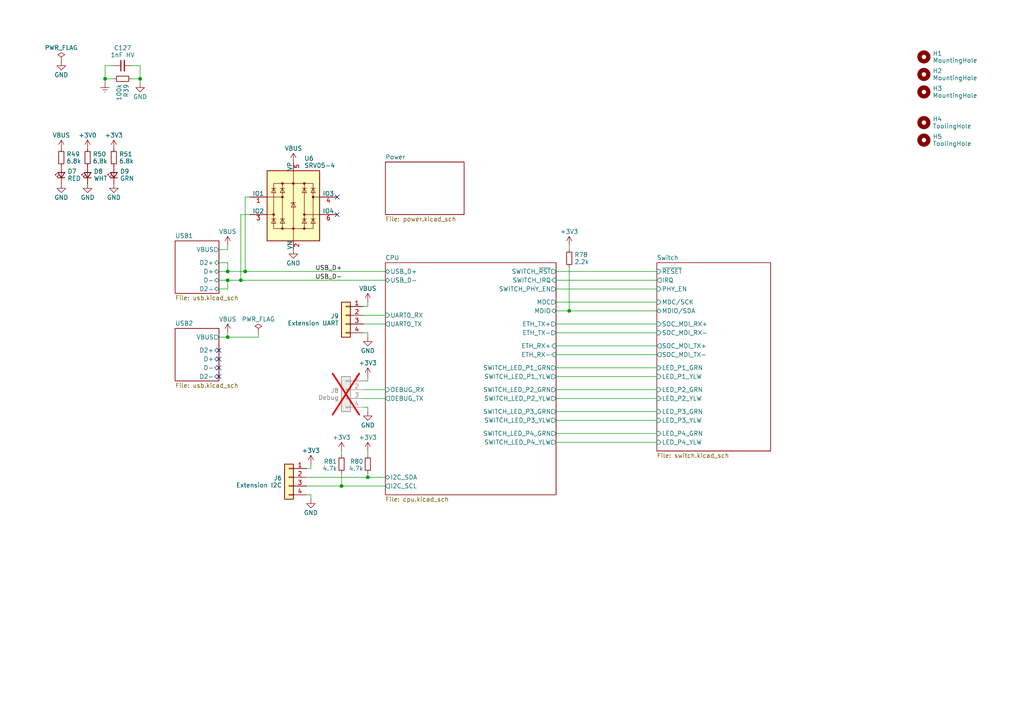
<source format=kicad_sch>
(kicad_sch (version 20230121) (generator eeschema)
  (paper "A4")
  (lib_symbols
    (symbol "Connector_Generic:Conn_01x04" (pin_names (offset 1.016) hide)
      (property "Reference" "J" (at 0 5.08 0))
      (property "Value" "Conn_01x04" (at 0 -7.62 0))
      (symbol "Conn_01x04_1_1"
        (rectangle (start -1.27 -4.953) (end 0 -5.207) (stroke (width 0.1524)))
        (rectangle (start -1.27 -2.413) (end 0 -2.667) (stroke (width 0.1524)))
        (rectangle (start -1.27 0.127) (end 0 -0.127) (stroke (width 0.1524)))
        (rectangle (start -1.27 2.667) (end 0 2.413) (stroke (width 0.1524)))
        (rectangle (start -1.27 3.81) (end 1.27 -6.35) (stroke (width 0.254)) (fill (type background)))
        (pin passive line (at -5.08 2.54 0) (length 3.81) (name "Pin_1") (number "1"))
        (pin passive line (at -5.08 0 0) (length 3.81) (name "Pin_2") (number "2"))
        (pin passive line (at -5.08 -2.54 0) (length 3.81) (name "Pin_3") (number "3"))
        (pin passive line (at -5.08 -5.08 0) (length 3.81) (name "Pin_4") (number "4"))
      )
    )
    (symbol "Device:C_Small" (pin_numbers hide) (pin_names (offset 0.254) hide)
      (property "Reference" "C" (at 0.254 1.778 0))
      (property "Value" "C_Small" (at 0.254 -2.032 0))
      (symbol "C_Small_0_1"
        (polyline (pts (xy -1.524 -0.508) (xy 1.524 -0.508)) (stroke (width 0.3302)))
        (polyline (pts (xy -1.524 0.508) (xy 1.524 0.508)) (stroke (width 0.3048)))
      )
      (symbol "C_Small_1_1"
        (pin passive line (at 0 2.54 270) (length 2.032) (name "~") (number "1"))
        (pin passive line (at 0 -2.54 90) (length 2.032) (name "~") (number "2"))
      )
    )
    (symbol "Device:LED_Small" (pin_numbers hide) (pin_names (offset 0.254) hide)
      (property "Reference" "D" (at -1.27 3.175 0))
      (property "Value" "LED_Small" (at -4.445 -2.54 0))
      (symbol "LED_Small_0_1"
        (polyline (pts (xy -0.762 -1.016) (xy -0.762 1.016)) (stroke (width 0.254)))
        (polyline (pts (xy 1.016 0) (xy -0.762 0)))
        (polyline (pts (xy 0.762 -1.016) (xy -0.762 0) (xy 0.762 1.016) (xy 0.762 -1.016)) (stroke (width 0.254)))
        (polyline (pts (xy 0 0.762) (xy -0.508 1.27) (xy -0.254 1.27) (xy -0.508 1.27) (xy -0.508 1.016)))
        (polyline (pts (xy 0.508 1.27) (xy 0 1.778) (xy 0.254 1.778) (xy 0 1.778) (xy 0 1.524)))
      )
      (symbol "LED_Small_1_1"
        (pin passive line (at -2.54 0 0) (length 1.778) (name "K") (number "1"))
        (pin passive line (at 2.54 0 180) (length 1.778) (name "A") (number "2"))
      )
    )
    (symbol "Device:R_Small" (pin_numbers hide) (pin_names (offset 0.254) hide)
      (property "Reference" "R" (at 0.762 0.508 0))
      (property "Value" "R_Small" (at 0.762 -1.016 0))
      (symbol "R_Small_0_1"
        (rectangle (start -0.762 1.778) (end 0.762 -1.778) (stroke (width 0.2032)))
      )
      (symbol "R_Small_1_1"
        (pin passive line (at 0 2.54 270) (length 0.762) (name "~") (number "1"))
        (pin passive line (at 0 -2.54 90) (length 0.762) (name "~") (number "2"))
      )
    )
    (symbol "Mechanical:MountingHole" (pin_names (offset 1.016))
      (property "Reference" "H" (at 0 5.08 0))
      (property "Value" "MountingHole" (at 0 3.175 0))
      (symbol "MountingHole_0_1"
        (circle (center 0 0) (radius 1.27) (stroke (width 1.27)))
      )
    )
    (symbol "Power_Protection:SRV05-4" (pin_names (offset 0))
      (property "Reference" "U" (at -5.08 11.43 0))
      (property "Value" "SRV05-4" (at 2.54 11.43 0))
      (symbol "SRV05-4_0_0"
        (rectangle (start -5.715 6.477) (end 5.715 -6.604))
        (polyline (pts (xy -3.175 -6.604) (xy -3.175 6.477)))
        (polyline (pts (xy 3.175 6.477) (xy 3.175 -6.604)))
      )
      (symbol "SRV05-4_0_1"
        (rectangle (start -7.62 10.16) (end 7.62 -10.16) (stroke (width 0.254)) (fill (type background)))
        (circle (center -5.715 -2.54) (radius 0.2794) (fill (type outline)))
        (circle (center -3.175 -6.604) (radius 0.2794) (fill (type outline)))
        (circle (center -3.175 2.54) (radius 0.2794) (fill (type outline)))
        (circle (center -3.175 6.477) (radius 0.2794) (fill (type outline)))
        (circle (center 0 -6.604) (radius 0.2794) (fill (type outline)))
        (polyline (pts (xy -7.747 2.54) (xy -3.175 2.54)))
        (polyline (pts (xy -7.62 -2.54) (xy -5.715 -2.54)))
        (polyline (pts (xy -5.08 -3.81) (xy -6.35 -3.81)))
        (polyline (pts (xy -5.08 5.08) (xy -6.35 5.08)))
        (polyline (pts (xy -2.54 -3.81) (xy -3.81 -3.81)))
        (polyline (pts (xy -2.54 5.08) (xy -3.81 5.08)))
        (polyline (pts (xy 0 10.16) (xy 0 -10.16)))
        (polyline (pts (xy 3.81 -3.81) (xy 2.54 -3.81)))
        (polyline (pts (xy 3.81 5.08) (xy 2.54 5.08)))
        (polyline (pts (xy 6.35 -3.81) (xy 5.08 -3.81)))
        (polyline (pts (xy 6.35 5.08) (xy 5.08 5.08)))
        (polyline (pts (xy 7.62 -2.54) (xy 3.175 -2.54)))
        (polyline (pts (xy 7.62 2.54) (xy 5.715 2.54)))
        (polyline (pts (xy 0.635 0.889) (xy -0.635 0.889) (xy -0.635 0.635)))
        (polyline (pts (xy -5.08 -5.08) (xy -6.35 -5.08) (xy -5.715 -3.81) (xy -5.08 -5.08)))
        (polyline (pts (xy -5.08 3.81) (xy -6.35 3.81) (xy -5.715 5.08) (xy -5.08 3.81)))
        (polyline (pts (xy -2.54 -5.08) (xy -3.81 -5.08) (xy -3.175 -3.81) (xy -2.54 -5.08)))
        (polyline (pts (xy -2.54 3.81) (xy -3.81 3.81) (xy -3.175 5.08) (xy -2.54 3.81)))
        (polyline (pts (xy 0.635 -0.381) (xy -0.635 -0.381) (xy 0 0.889) (xy 0.635 -0.381)))
        (polyline (pts (xy 3.81 -5.08) (xy 2.54 -5.08) (xy 3.175 -3.81) (xy 3.81 -5.08)))
        (polyline (pts (xy 3.81 3.81) (xy 2.54 3.81) (xy 3.175 5.08) (xy 3.81 3.81)))
        (polyline (pts (xy 6.35 -5.08) (xy 5.08 -5.08) (xy 5.715 -3.81) (xy 6.35 -5.08)))
        (polyline (pts (xy 6.35 3.81) (xy 5.08 3.81) (xy 5.715 5.08) (xy 6.35 3.81)))
        (circle (center 0 6.477) (radius 0.2794) (fill (type outline)))
        (circle (center 3.175 -6.604) (radius 0.2794) (fill (type outline)))
        (circle (center 3.175 -2.54) (radius 0.2794) (fill (type outline)))
        (circle (center 3.175 6.477) (radius 0.2794) (fill (type outline)))
        (circle (center 5.715 2.54) (radius 0.2794) (fill (type outline)))
      )
      (symbol "SRV05-4_1_1"
        (pin passive line (at -12.7 2.54 0) (length 5.08) (name "IO1") (number "1"))
        (pin passive line (at 0 -12.7 90) (length 2.54) (name "VN") (number "2"))
        (pin passive line (at -12.7 -2.54 0) (length 5.08) (name "IO2") (number "3"))
        (pin passive line (at 12.7 2.54 180) (length 5.08) (name "IO3") (number "4"))
        (pin passive line (at 0 12.7 270) (length 2.54) (name "VP") (number "5"))
        (pin passive line (at 12.7 -2.54 180) (length 5.08) (name "IO4") (number "6"))
      )
    )
    (symbol "power:+3V0" (power) (pin_names (offset 0))
      (property "Value" "+3V0" (at 0 3.556 0))
      (symbol "+3V0_0_1"
        (polyline (pts (xy -0.762 1.27) (xy 0 2.54)))
        (polyline (pts (xy 0 0) (xy 0 2.54)))
        (polyline (pts (xy 0 2.54) (xy 0.762 1.27)))
      )
      (symbol "+3V0_1_1"
        (pin power_in line (at 0 0 90) (length 0) hide (name "+3V0") (number "1"))
      )
    )
    (symbol "power:+3V3" (power) (pin_names (offset 0))
      (property "Value" "+3V3" (at 0 3.556 0))
      (symbol "+3V3_0_1"
        (polyline (pts (xy -0.762 1.27) (xy 0 2.54)))
        (polyline (pts (xy 0 0) (xy 0 2.54)))
        (polyline (pts (xy 0 2.54) (xy 0.762 1.27)))
      )
      (symbol "+3V3_1_1"
        (pin power_in line (at 0 0 90) (length 0) hide (name "+3V3") (number "1"))
      )
    )
    (symbol "power:Earth" (power) (pin_names (offset 0))
      (symbol "Earth_0_1"
        (polyline (pts (xy -0.635 -1.905) (xy 0.635 -1.905)))
        (polyline (pts (xy -0.127 -2.54) (xy 0.127 -2.54)))
        (polyline (pts (xy 0 -1.27) (xy 0 0)))
        (polyline (pts (xy 1.27 -1.27) (xy -1.27 -1.27)))
      )
      (symbol "Earth_1_1"
        (pin power_in line (at 0 0 270) (length 0) hide (name "Earth") (number "1"))
      )
    )
    (symbol "power:GND" (power) (pin_names (offset 0))
      (property "Value" "GND" (at 0 -3.81 0))
      (symbol "GND_0_1"
        (polyline (pts (xy 0 0) (xy 0 -1.27) (xy 1.27 -1.27) (xy 0 -2.54) (xy -1.27 -1.27) (xy 0 -1.27)))
      )
      (symbol "GND_1_1"
        (pin power_in line (at 0 0 270) (length 0) hide (name "GND") (number "1"))
      )
    )
    (symbol "power:PWR_FLAG" (power) (pin_numbers hide) (pin_names (offset 0) hide)
      (property "Value" "PWR_FLAG" (at 0 3.81 0))
      (symbol "PWR_FLAG_0_0"
        (pin power_out line (at 0 0 90) (length 0) (name "pwr") (number "1"))
      )
      (symbol "PWR_FLAG_0_1"
        (polyline (pts (xy 0 0) (xy 0 1.27) (xy -1.016 1.905) (xy 0 2.54) (xy 1.016 1.905) (xy 0 1.27)))
      )
    )
    (symbol "power:VBUS" (power) (pin_names (offset 0))
      (property "Value" "VBUS" (at 0 3.81 0))
      (symbol "VBUS_0_1"
        (polyline (pts (xy -0.762 1.27) (xy 0 2.54)))
        (polyline (pts (xy 0 0) (xy 0 2.54)))
        (polyline (pts (xy 0 2.54) (xy 0.762 1.27)))
      )
      (symbol "VBUS_1_1"
        (pin power_in line (at 0 0 90) (length 0) hide (name "VBUS") (number "1"))
      )
    )
  )
  (junction (at 40.64 22.86))
  (junction (at 66.04 97.79))
  (junction (at 71.12 78.74))
  (junction (at 165.1 90.17))
  (junction (at 30.48 22.86))
  (junction (at 69.85 81.28))
  (junction (at 106.68 138.43))
  (junction (at 66.04 81.28))
  (junction (at 66.04 78.74))
  (junction (at 99.06 140.97))
  (no_connect (at 63.5 106.68))
  (no_connect (at 63.5 109.22))
  (no_connect (at 97.79 62.23))
  (no_connect (at 97.79 57.15))
  (no_connect (at 63.5 101.6))
  (no_connect (at 63.5 104.14))
  (wire (pts (xy 161.29 109.22) (xy 190.5 109.22)))
  (wire (pts (xy 161.29 125.73) (xy 190.5 125.73)))
  (wire (pts (xy 106.68 110.49) (xy 105.41 110.49)))
  (wire (pts (xy 161.29 113.03) (xy 190.5 113.03)))
  (wire (pts (xy 38.1 19.05) (xy 40.64 19.05)))
  (wire (pts (xy 66.04 97.79) (xy 74.93 97.79)))
  (wire (pts (xy 88.9 138.43) (xy 106.68 138.43)))
  (wire (pts (xy 106.68 87.63) (xy 106.68 88.9)))
  (wire (pts (xy 161.29 87.63) (xy 190.5 87.63)))
  (wire (pts (xy 71.12 57.15) (xy 72.39 57.15)))
  (wire (pts (xy 30.48 22.86) (xy 30.48 24.13)))
  (wire (pts (xy 161.29 81.28) (xy 190.5 81.28)))
  (wire (pts (xy 69.85 81.28) (xy 111.76 81.28)))
  (wire (pts (xy 71.12 78.74) (xy 111.76 78.74)))
  (wire (pts (xy 99.06 130.81) (xy 99.06 132.08)))
  (wire (pts (xy 105.41 93.98) (xy 111.76 93.98)))
  (wire (pts (xy 90.17 134.62) (xy 90.17 135.89)))
  (wire (pts (xy 106.68 137.16) (xy 106.68 138.43)))
  (wire (pts (xy 90.17 143.51) (xy 88.9 143.51)))
  (wire (pts (xy 69.85 62.23) (xy 69.85 81.28)))
  (wire (pts (xy 106.68 119.38) (xy 106.68 118.11)))
  (wire (pts (xy 105.41 113.03) (xy 111.76 113.03)))
  (wire (pts (xy 106.68 96.52) (xy 105.41 96.52)))
  (wire (pts (xy 165.1 77.47) (xy 165.1 90.17)))
  (wire (pts (xy 161.29 100.33) (xy 190.5 100.33)))
  (wire (pts (xy 99.06 140.97) (xy 111.76 140.97)))
  (wire (pts (xy 106.68 97.79) (xy 106.68 96.52)))
  (wire (pts (xy 40.64 22.86) (xy 40.64 24.13)))
  (wire (pts (xy 99.06 137.16) (xy 99.06 140.97)))
  (wire (pts (xy 161.29 115.57) (xy 190.5 115.57)))
  (wire (pts (xy 63.5 76.2) (xy 66.04 76.2)))
  (wire (pts (xy 161.29 128.27) (xy 190.5 128.27)))
  (wire (pts (xy 66.04 78.74) (xy 71.12 78.74)))
  (wire (pts (xy 105.41 91.44) (xy 111.76 91.44)))
  (wire (pts (xy 40.64 19.05) (xy 40.64 22.86)))
  (wire (pts (xy 161.29 83.82) (xy 190.5 83.82)))
  (wire (pts (xy 30.48 19.05) (xy 30.48 22.86)))
  (wire (pts (xy 66.04 72.39) (xy 63.5 72.39)))
  (wire (pts (xy 165.1 90.17) (xy 190.5 90.17)))
  (wire (pts (xy 90.17 144.78) (xy 90.17 143.51)))
  (wire (pts (xy 106.68 109.22) (xy 106.68 110.49)))
  (wire (pts (xy 161.29 96.52) (xy 190.5 96.52)))
  (wire (pts (xy 105.41 115.57) (xy 111.76 115.57)))
  (wire (pts (xy 66.04 96.52) (xy 66.04 97.79)))
  (wire (pts (xy 66.04 81.28) (xy 69.85 81.28)))
  (wire (pts (xy 66.04 71.12) (xy 66.04 72.39)))
  (wire (pts (xy 106.68 88.9) (xy 105.41 88.9)))
  (wire (pts (xy 66.04 76.2) (xy 66.04 78.74)))
  (wire (pts (xy 161.29 106.68) (xy 190.5 106.68)))
  (wire (pts (xy 74.93 96.52) (xy 74.93 97.79)))
  (wire (pts (xy 161.29 90.17) (xy 165.1 90.17)))
  (wire (pts (xy 63.5 78.74) (xy 66.04 78.74)))
  (wire (pts (xy 106.68 138.43) (xy 111.76 138.43)))
  (wire (pts (xy 33.02 22.86) (xy 30.48 22.86)))
  (wire (pts (xy 69.85 62.23) (xy 72.39 62.23)))
  (wire (pts (xy 66.04 97.79) (xy 63.5 97.79)))
  (wire (pts (xy 33.02 19.05) (xy 30.48 19.05)))
  (wire (pts (xy 161.29 121.92) (xy 190.5 121.92)))
  (wire (pts (xy 88.9 140.97) (xy 99.06 140.97)))
  (wire (pts (xy 90.17 135.89) (xy 88.9 135.89)))
  (wire (pts (xy 161.29 93.98) (xy 190.5 93.98)))
  (wire (pts (xy 106.68 130.81) (xy 106.68 132.08)))
  (wire (pts (xy 71.12 57.15) (xy 71.12 78.74)))
  (wire (pts (xy 38.1 22.86) (xy 40.64 22.86)))
  (wire (pts (xy 165.1 71.12) (xy 165.1 72.39)))
  (wire (pts (xy 66.04 83.82) (xy 66.04 81.28)))
  (wire (pts (xy 63.5 83.82) (xy 66.04 83.82)))
  (wire (pts (xy 161.29 78.74) (xy 190.5 78.74)))
  (wire (pts (xy 161.29 119.38) (xy 190.5 119.38)))
  (wire (pts (xy 63.5 81.28) (xy 66.04 81.28)))
  (wire (pts (xy 161.29 102.87) (xy 190.5 102.87)))
  (wire (pts (xy 106.68 118.11) (xy 105.41 118.11)))
  (label "USB_D+" (at 91.44 78.74 0))
  (label "USB_D-" (at 91.44 81.28 0))
  (symbol (lib_id "power:+3V3") (at 106.68 109.22 0) (mirror y) (unit 1)
    (property "Reference" "#PWR0131" (effects hide))
    (property "Value" "+3V3" (at 106.68 105.275 0))
  )
  (symbol (lib_id "power:GND") (at 85.09 72.39 0) (unit 1)
    (property "Reference" "#PWR0154" (effects hide))
    (property "Value" "GND" (at 85.09 76.335 0))
  )
  (symbol (lib_id "power:VBUS") (at 66.04 71.12 0) (unit 1)
    (property "Reference" "#PWR0151" (effects hide))
    (property "Value" "VBUS" (at 66.04 67.175 0))
  )
  (symbol (lib_id "Device:LED_Small") (at 33.02 50.8 90) (unit 1)
    (property "Reference" "D9" (at 34.798 49.7125 90) (effects (justify right)))
    (property "Value" "GRN" (at 34.798 51.7605 90) (effects (justify right)))
    (property "Footprint" "LED_SMD:LED_0603_1608Metric" (effects hide))
    (property "LCSC" "C72043" (effects hide))
  )
  (symbol (lib_id "power:+3V3") (at 99.06 130.81 0) (mirror y) (unit 1)
    (property "Reference" "#PWR0134" (effects hide))
    (property "Value" "+3V3" (at 99.06 126.865 0))
  )
  (symbol (lib_id "power:Earth") (at 30.48 24.13 0) (unit 1)
    (property "Reference" "#PWR0135" (effects hide))
    (property "Value" "Earth" (effects hide))
  )
  (symbol (lib_id "Device:LED_Small") (at 17.78 50.8 90) (unit 1)
    (property "Reference" "D7" (at 19.558 49.7125 90) (effects (justify right)))
    (property "Value" "RED" (at 19.558 51.7605 90) (effects (justify right)))
    (property "Footprint" "LED_SMD:LED_0603_1608Metric" (effects hide))
    (property "LCSC" "C2286" (effects hide))
  )
  (symbol (lib_id "Mechanical:MountingHole") (at 267.97 26.67 0) (unit 1) (in_bom no)
    (property "Reference" "H3" (at 270.51 25.646 0) (effects (justify left)))
    (property "Value" "MountingHole" (at 270.51 27.694 0) (effects (justify left)))
    (property "Footprint" "MountingHole:MountingHole_3.2mm_M3" (effects hide))
  )
  (symbol (lib_id "power:VBUS") (at 106.68 87.63 0) (unit 1)
    (property "Reference" "#PWR0126" (effects hide))
    (property "Value" "VBUS" (at 106.68 83.685 0))
  )
  (symbol (lib_id "Device:R_Small") (at 33.02 45.72 0) (unit 1)
    (property "Reference" "R51" (at 34.5186 44.696 0) (effects (justify left)))
    (property "Value" "6.8k" (at 34.5186 46.744 0) (effects (justify left)))
    (property "Footprint" "Resistor_SMD:R_0402_1005Metric" (effects hide))
    (property "LCSC" "C25917" (effects hide))
  )
  (symbol (lib_id "Device:LED_Small") (at 25.4 50.8 90) (unit 1)
    (property "Reference" "D8" (at 27.178 49.7125 90) (effects (justify right)))
    (property "Value" "WHT" (at 27.178 51.7605 90) (effects (justify right)))
    (property "Footprint" "LED_SMD:LED_0603_1608Metric" (effects hide))
    (property "LCSC" "C2290" (effects hide))
  )
  (symbol (lib_id "power:GND") (at 106.68 97.79 0) (mirror y) (unit 1)
    (property "Reference" "#PWR0136" (effects hide))
    (property "Value" "GND" (at 106.68 101.735 0))
  )
  (symbol (lib_id "Device:R_Small") (at 106.68 134.62 0) (mirror y) (unit 1)
    (property "Reference" "R80" (at 105.41 133.842 0) (effects (justify left)))
    (property "Value" "4.7k" (at 105.41 135.89 0) (effects (justify left)))
    (property "Footprint" "Resistor_SMD:R_0402_1005Metric" (effects hide))
    (property "LCSC" "C25900" (effects hide))
  )
  (symbol (lib_id "power:PWR_FLAG") (at 74.93 96.52 0) (unit 1)
    (property "Reference" "#FLG09" (effects hide))
    (property "Value" "PWR_FLAG" (at 74.93 92.575 0))
  )
  (symbol (lib_id "Mechanical:MountingHole") (at 267.97 35.56 0) (unit 1) (in_bom no)
    (property "Reference" "H4" (at 270.51 34.536 0) (effects (justify left)))
    (property "Value" "ToolingHole" (at 270.51 36.584 0) (effects (justify left)))
    (property "Footprint" "ToolingHole:ToolingHole_JLCSMT" (effects hide))
  )
  (symbol (lib_id "power:VBUS") (at 85.09 46.99 0) (unit 1)
    (property "Reference" "#PWR0153" (effects hide))
    (property "Value" "VBUS" (at 85.09 43.045 0))
  )
  (symbol (lib_id "power:GND") (at 106.68 119.38 0) (mirror y) (unit 1)
    (property "Reference" "#PWR0132" (effects hide))
    (property "Value" "GND" (at 106.68 123.325 0))
  )
  (symbol (lib_id "power:+3V3") (at 106.68 130.81 0) (mirror y) (unit 1)
    (property "Reference" "#PWR0133" (effects hide))
    (property "Value" "+3V3" (at 106.68 126.865 0))
  )
  (symbol (lib_id "Device:C_Small") (at 35.56 19.05 90) (unit 1)
    (property "Reference" "C127" (at 35.5663 13.9079 90))
    (property "Value" "1nF HV" (at 35.5663 15.9559 90))
    (property "Footprint" "Capacitor_SMD:C_1206_3216Metric" (effects hide))
    (property "LCSC" "C9196" (effects hide))
  )
  (symbol (lib_id "power:+3V3") (at 33.02 43.18 0) (unit 1)
    (property "Reference" "#PWR0155" (effects hide))
    (property "Value" "+3V3" (at 33.02 39.235 0))
  )
  (symbol (lib_id "Mechanical:MountingHole") (at 267.97 40.64 0) (unit 1) (in_bom no)
    (property "Reference" "H5" (at 270.51 39.616 0) (effects (justify left)))
    (property "Value" "ToolingHole" (at 270.51 41.664 0) (effects (justify left)))
    (property "Footprint" "ToolingHole:ToolingHole_JLCSMT" (effects hide))
  )
  (symbol (lib_id "power:VBUS") (at 66.04 96.52 0) (unit 1)
    (property "Reference" "#PWR0152" (effects hide))
    (property "Value" "VBUS" (at 66.04 92.575 0))
  )
  (symbol (lib_id "power:+3V3") (at 165.1 71.12 0) (unit 1)
    (property "Reference" "#PWR0127" (effects hide))
    (property "Value" "+3V3" (at 165.1 67.175 0))
  )
  (symbol (lib_id "Mechanical:MountingHole") (at 267.97 16.51 0) (unit 1) (in_bom no)
    (property "Reference" "H1" (at 270.51 15.486 0) (effects (justify left)))
    (property "Value" "MountingHole" (at 270.51 17.534 0) (effects (justify left)))
    (property "Footprint" "MountingHole:MountingHole_3.2mm_M3" (effects hide))
  )
  (symbol (lib_id "power:+3V3") (at 90.17 134.62 0) (mirror y) (unit 1)
    (property "Reference" "#PWR0129" (effects hide))
    (property "Value" "+3V3" (at 90.17 130.675 0))
  )
  (symbol (lib_id "power:+3V0") (at 25.4 43.18 0) (unit 1)
    (property "Reference" "#PWR0147" (effects hide))
    (property "Value" "+3V0" (at 25.4 39.235 0))
  )
  (symbol (lib_id "Connector_Generic:Conn_01x04") (at 100.33 113.03 0) (mirror y) (unit 1) (dnp yes)
    (property "Reference" "J8" (at 98.298 113.276 0) (effects (justify left)))
    (property "Value" "Debug" (at 98.298 115.324 0) (effects (justify left)))
    (property "Footprint" "Connector_PinHeader_2.54mm:PinHeader_1x04_P2.54mm_Vertical" (effects hide))
    (property "LCSC" "C780062" (effects hide))
  )
  (symbol (lib_id "power:VBUS") (at 17.78 43.18 0) (unit 1)
    (property "Reference" "#PWR0145" (effects hide))
    (property "Value" "VBUS" (at 17.78 39.235 0))
  )
  (symbol (lib_id "Device:R_Small") (at 25.4 45.72 0) (unit 1)
    (property "Reference" "R50" (at 26.8986 44.696 0) (effects (justify left)))
    (property "Value" "6.8k" (at 26.8986 46.744 0) (effects (justify left)))
    (property "Footprint" "Resistor_SMD:R_0402_1005Metric" (effects hide))
    (property "LCSC" "C25917" (effects hide))
  )
  (symbol (lib_id "Device:R_Small") (at 17.78 45.72 0) (unit 1)
    (property "Reference" "R49" (at 19.2786 44.696 0) (effects (justify left)))
    (property "Value" "6.8k" (at 19.2786 46.744 0) (effects (justify left)))
    (property "Footprint" "Resistor_SMD:R_0402_1005Metric" (effects hide))
    (property "LCSC" "C25917" (effects hide))
  )
  (symbol (lib_id "Connector_Generic:Conn_01x04") (at 100.33 91.44 0) (mirror y) (unit 1)
    (property "Reference" "J9" (at 98.298 91.686 0) (effects (justify left)))
    (property "Value" "Extension UART" (at 98.298 93.734 0) (effects (justify left)))
    (property "Footprint" "Connector_PinHeader_2.54mm:PinHeader_1x04_P2.54mm_Vertical" (effects hide))
    (property "LCSC" "C780062" (effects hide))
  )
  (symbol (lib_id "Device:R_Small") (at 99.06 134.62 0) (mirror y) (unit 1)
    (property "Reference" "R81" (at 97.79 133.842 0) (effects (justify left)))
    (property "Value" "4.7k" (at 97.79 135.89 0) (effects (justify left)))
    (property "Footprint" "Resistor_SMD:R_0402_1005Metric" (effects hide))
    (property "LCSC" "C25900" (effects hide))
  )
  (symbol (lib_id "power:GND") (at 25.4 53.34 0) (unit 1)
    (property "Reference" "#PWR0148" (effects hide))
    (property "Value" "GND" (at 25.4 57.285 0))
  )
  (symbol (lib_id "power:GND") (at 90.17 144.78 0) (mirror y) (unit 1)
    (property "Reference" "#PWR0130" (effects hide))
    (property "Value" "GND" (at 90.17 148.725 0))
  )
  (symbol (lib_id "Device:R_Small") (at 165.1 74.93 0) (unit 1)
    (property "Reference" "R78" (at 166.5986 73.906 0) (effects (justify left)))
    (property "Value" "2.2k" (at 166.5986 75.954 0) (effects (justify left)))
    (property "Footprint" "Resistor_SMD:R_0402_1005Metric" (effects hide))
    (property "LCSC" "C25879" (effects hide))
  )
  (symbol (lib_id "power:GND") (at 40.64 24.13 0) (unit 1)
    (property "Reference" "#PWR0140" (effects hide))
    (property "Value" "GND" (at 40.64 28.075 0))
  )
  (symbol (lib_id "power:PWR_FLAG") (at 17.78 17.78 0) (unit 1)
    (property "Reference" "#FLG016" (effects hide))
    (property "Value" "PWR_FLAG" (at 17.78 13.835 0))
  )
  (symbol (lib_id "power:GND") (at 17.78 17.78 0) (unit 1)
    (property "Reference" "#PWR0160" (effects hide))
    (property "Value" "GND" (at 17.78 21.725 0))
  )
  (symbol (lib_id "power:GND") (at 33.02 53.34 0) (unit 1)
    (property "Reference" "#PWR0169" (effects hide))
    (property "Value" "GND" (at 33.02 57.285 0))
  )
  (symbol (lib_id "Mechanical:MountingHole") (at 267.97 21.59 0) (unit 1) (in_bom no)
    (property "Reference" "H2" (at 270.51 20.566 0) (effects (justify left)))
    (property "Value" "MountingHole" (at 270.51 22.614 0) (effects (justify left)))
    (property "Footprint" "MountingHole:MountingHole_3.2mm_M3" (effects hide))
  )
  (symbol (lib_id "Power_Protection:SRV05-4") (at 85.09 59.69 0) (unit 1)
    (property "Reference" "U6" (at 88.2397 45.95 0) (effects (justify left)))
    (property "Value" "SRV05-4" (at 88.2397 47.998 0) (effects (justify left)))
    (property "Footprint" "Package_TO_SOT_SMD:SOT-23-6" (effects hide))
    (property "Datasheet" "http://www.onsemi.com/pub/Collateral/SRV05-4-D.PDF" (effects hide))
  )
  (symbol (lib_id "Device:R_Small") (at 35.56 22.86 270) (unit 1)
    (property "Reference" "R39" (at 36.584 24.3586 0) (effects (justify left)))
    (property "Value" "100k" (at 34.536 24.3586 0) (effects (justify left)))
    (property "Footprint" "Resistor_SMD:R_1206_3216Metric" (effects hide))
    (property "LCSC" "C17900" (effects hide))
  )
  (symbol (lib_id "power:GND") (at 17.78 53.34 0) (unit 1)
    (property "Reference" "#PWR0146" (effects hide))
    (property "Value" "GND" (at 17.78 57.285 0))
  )
  (symbol (lib_id "Connector_Generic:Conn_01x04") (at 83.82 138.43 0) (mirror y) (unit 1)
    (property "Reference" "J6" (at 81.788 138.676 0) (effects (justify left)))
    (property "Value" "Extension I2C" (at 81.788 140.724 0) (effects (justify left)))
    (property "Footprint" "Connector_PinHeader_2.54mm:PinHeader_1x04_P2.54mm_Vertical" (effects hide))
    (property "LCSC" "C780062" (effects hide))
  )
  (sheet (at 111.76 46.99) (size 22.86 15.24) (stroke (width 0.1524))
    (property "Sheetname" "Power" (at 111.76 46.2784 0) (effects (justify left bottom)))
    (property "Sheetfile" "power.kicad_sch" (at 111.76 62.8146 0) (effects (justify left top)))
  )
  (sheet (at 111.76 76.2) (size 49.53 67.31) (stroke (width 0.1524))
    (property "Sheetname" "CPU" (at 111.76 75.4884 0) (effects (justify left bottom)))
    (property "Sheetfile" "cpu.kicad_sch" (at 111.76 144.0946 0) (effects (justify left top)))
    (pin "ETH_RX-" input (at 161.29 102.87 0))
    (pin "ETH_TX+" output (at 161.29 93.98 0))
    (pin "ETH_TX-" output (at 161.29 96.52 0))
    (pin "ETH_RX+" input (at 161.29 100.33 0))
    (pin "USB_D+" bidirectional (at 111.76 78.74 180))
    (pin "USB_D-" bidirectional (at 111.76 81.28 180))
    (pin "I2C_SDA" bidirectional (at 111.76 138.43 180))
    (pin "I2C_SCL" output (at 111.76 140.97 180))
    (pin "SWITCH_IRQ" input (at 161.29 81.28 0))
    (pin "SWITCH_~{RST}" output (at 161.29 78.74 0))
    (pin "MDC" output (at 161.29 87.63 0))
    (pin "MDIO" bidirectional (at 161.29 90.17 0))
    (pin "SWITCH_PHY_EN" output (at 161.29 83.82 0))
    (pin "DEBUG_TX" output (at 111.76 115.57 180))
    (pin "DEBUG_RX" input (at 111.76 113.03 180))
    (pin "UART0_TX" output (at 111.76 93.98 180))
    (pin "UART0_RX" input (at 111.76 91.44 180))
    (pin "SWITCH_LED_P2_GRN" output (at 161.29 113.03 0))
    (pin "SWITCH_LED_P1_YLW" output (at 161.29 109.22 0))
    (pin "SWITCH_LED_P1_GRN" output (at 161.29 106.68 0))
    (pin "SWITCH_LED_P2_YLW" output (at 161.29 115.57 0))
    (pin "SWITCH_LED_P3_GRN" output (at 161.29 119.38 0))
    (pin "SWITCH_LED_P3_YLW" output (at 161.29 121.92 0))
    (pin "SWITCH_LED_P4_GRN" output (at 161.29 125.73 0))
    (pin "SWITCH_LED_P4_YLW" output (at 161.29 128.27 0))
  )
  (sheet (at 50.8 69.85) (size 12.7 15.24) (stroke (width 0.1524))
    (property "Sheetname" "USB1" (at 50.8 69.1384 0) (effects (justify left bottom)))
    (property "Sheetfile" "usb.kicad_sch" (at 50.8 85.6746 0) (effects (justify left top)))
    (pin "D+" bidirectional (at 63.5 78.74 0))
    (pin "D-" bidirectional (at 63.5 81.28 0))
    (pin "VBUS" output (at 63.5 72.39 0))
    (pin "D2-" bidirectional (at 63.5 83.82 0))
    (pin "D2+" bidirectional (at 63.5 76.2 0))
  )
  (sheet (at 190.5 76.2) (size 33.02 54.61) (stroke (width 0.1524))
    (property "Sheetname" "Switch" (at 190.5 75.4884 0) (effects (justify left bottom)))
    (property "Sheetfile" "switch.kicad_sch" (at 190.5 131.3946 0) (effects (justify left top)))
    (pin "~{RESET}" input (at 190.5 78.74 180))
    (pin "IRQ" output (at 190.5 81.28 180))
    (pin "PHY_EN" input (at 190.5 83.82 180))
    (pin "SOC_MDI_RX+" input (at 190.5 93.98 180))
    (pin "SOC_MDI_RX-" input (at 190.5 96.52 180))
    (pin "SOC_MDI_TX-" output (at 190.5 102.87 180))
    (pin "SOC_MDI_TX+" output (at 190.5 100.33 180))
    (pin "MDIO{slash}SDA" bidirectional (at 190.5 90.17 180))
    (pin "MDC{slash}SCK" input (at 190.5 87.63 180))
    (pin "LED_P1_GRN" input (at 190.5 106.68 180))
    (pin "LED_P1_YLW" input (at 190.5 109.22 180))
    (pin "LED_P2_GRN" input (at 190.5 113.03 180))
    (pin "LED_P2_YLW" input (at 190.5 115.57 180))
    (pin "LED_P4_GRN" input (at 190.5 125.73 180))
    (pin "LED_P3_YLW" input (at 190.5 121.92 180))
    (pin "LED_P3_GRN" input (at 190.5 119.38 180))
    (pin "LED_P4_YLW" input (at 190.5 128.27 180))
  )
  (sheet (at 50.8 95.25) (size 12.7 15.24) (stroke (width 0.1524))
    (property "Sheetname" "USB2" (at 50.8 94.5384 0) (effects (justify left bottom)))
    (property "Sheetfile" "usb.kicad_sch" (at 50.8 111.0746 0) (effects (justify left top)))
    (pin "D+" bidirectional (at 63.5 104.14 0))
    (pin "D-" bidirectional (at 63.5 106.68 0))
    (pin "VBUS" output (at 63.5 97.79 0))
    (pin "D2-" bidirectional (at 63.5 109.22 0))
    (pin "D2+" bidirectional (at 63.5 101.6 0))
  )
)
</source>
